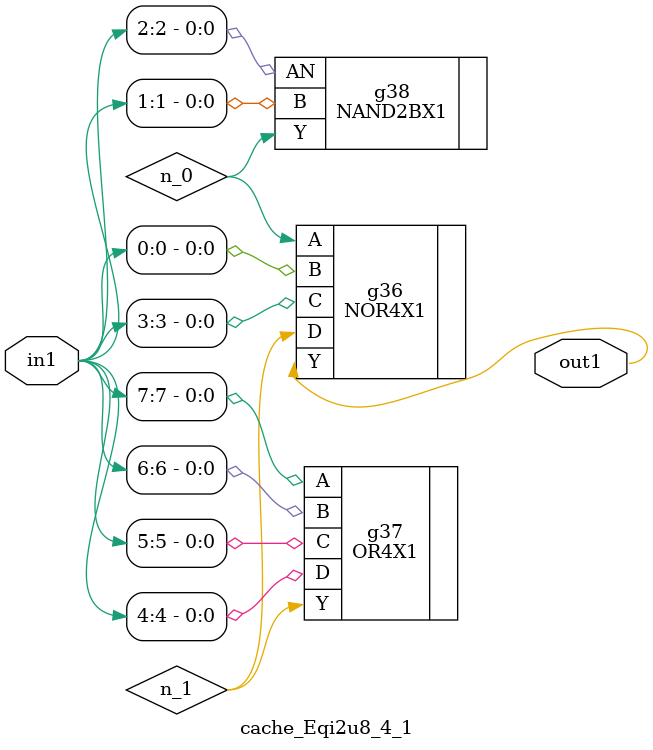
<source format=v>
`timescale 1ps / 1ps


module cache_Eqi2u8_4_1(in1, out1);
  input [7:0] in1;
  output out1;
  wire [7:0] in1;
  wire out1;
  wire n_0, n_1;
  NOR4X1 g36(.A (n_0), .B (in1[0]), .C (in1[3]), .D (n_1), .Y (out1));
  OR4X1 g37(.A (in1[7]), .B (in1[6]), .C (in1[5]), .D (in1[4]), .Y
       (n_1));
  NAND2BX1 g38(.AN (in1[2]), .B (in1[1]), .Y (n_0));
endmodule



</source>
